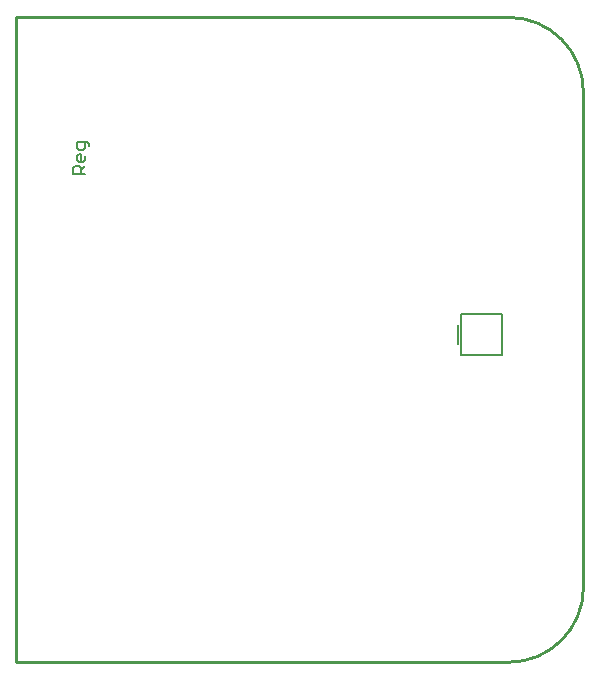
<source format=gm1>
G04*
G04 #@! TF.GenerationSoftware,Altium Limited,Altium Designer,23.2.1 (34)*
G04*
G04 Layer_Color=16711935*
%FSLAX44Y44*%
%MOMM*%
G71*
G04*
G04 #@! TF.SameCoordinates,98CE878A-1806-4984-BA15-9BEB6A1E334D*
G04*
G04*
G04 #@! TF.FilePolarity,Positive*
G04*
G01*
G75*
%ADD13C,0.2540*%
%ADD14C,0.1524*%
%ADD16C,0.1270*%
D13*
X480658Y482566D02*
G03*
X417158Y546066I-63500J0D01*
G01*
Y-34D02*
G03*
X480658Y63466I0J63500D01*
G01*
X480655Y63818D02*
Y482918D01*
X24Y546066D02*
X417158D01*
X24Y-34D02*
Y546066D01*
Y-34D02*
X417158D01*
D14*
X58215Y413453D02*
X48059D01*
Y418532D01*
X49751Y420225D01*
X53137D01*
X54830Y418532D01*
Y413453D01*
Y416839D02*
X58215Y420225D01*
Y428689D02*
Y425303D01*
X56522Y423610D01*
X53137D01*
X51444Y425303D01*
Y428689D01*
X53137Y430381D01*
X54830D01*
Y423610D01*
X61601Y437152D02*
Y438845D01*
X59908Y440538D01*
X51444D01*
Y435460D01*
X53137Y433767D01*
X56522D01*
X58215Y435460D01*
Y440538D01*
D16*
X374051Y269405D02*
Y285404D01*
X376801Y260154D02*
Y294654D01*
Y260154D02*
X411301D01*
Y294654D01*
X376801D02*
X411301D01*
M02*

</source>
